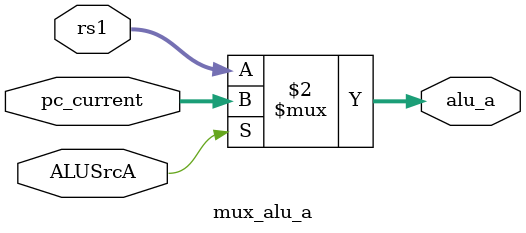
<source format=sv>

module mux_alu_a (
    input  logic [31:0] rs1,
    input  logic [31:0] pc_current,
    input  logic        ALUSrcA,   // 0 = rs1, 1 = PC
    output logic [31:0] alu_a
);

    assign alu_a = (ALUSrcA == 1'b1) ? pc_current : rs1;

endmodule

</source>
